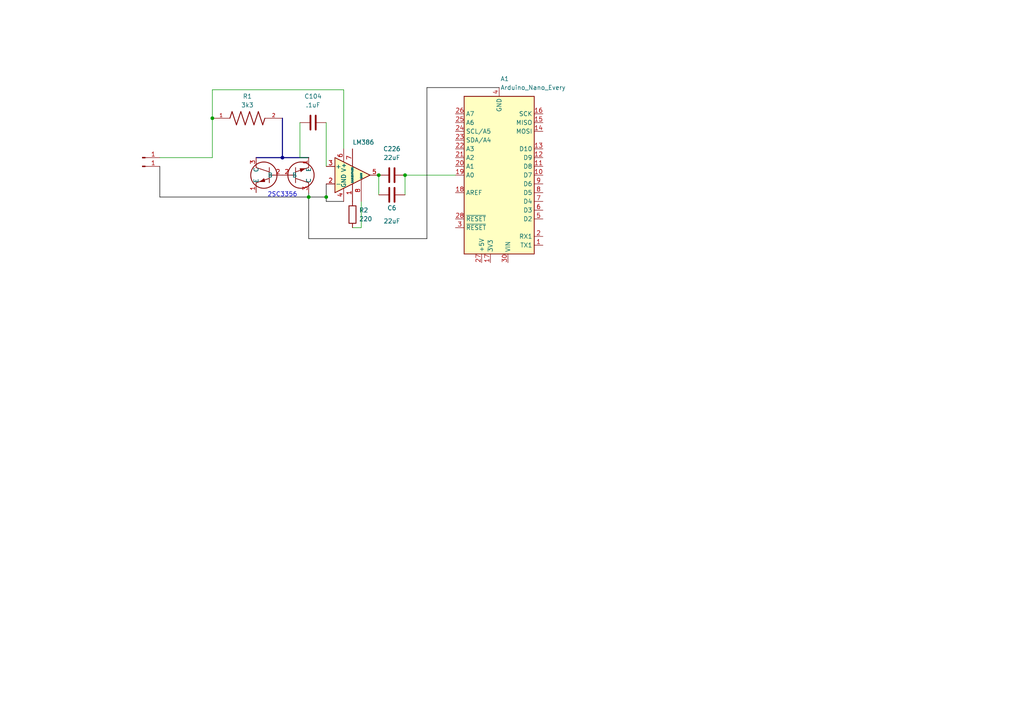
<source format=kicad_sch>
(kicad_sch (version 20231120) (generator "eeschema") (generator_version "8.0")
  (paper "A4")
  (lib_symbols
    (symbol "2024-08-01_13-32-15:2SC3356" (pin_names (offset 0.254))
      (property "Reference" "Q" (at 10.16 2.54 0))
      (property "Value" "2SC3356" (at 10.16 -2.54 0))
      (symbol "2SC3356_0_1"
        (polyline (pts (xy 2.54 0) (xy 3.81 0)) (stroke (width 0.2032)))
        (polyline (pts (xy 3.81 -2.2098) (xy 3.81 2.2098)) (stroke (width 0.2032)))
        (polyline (pts (xy 3.81 -0.9398) (xy 7.62 -2.2098)) (stroke (width 0.2032)))
        (polyline (pts (xy 3.81 0.9398) (xy 7.62 2.2098)) (stroke (width 0.2032)))
        (polyline (pts (xy 7.62 -2.54) (xy 7.62 -2.2098)) (stroke (width 0.2032)))
        (polyline (pts (xy 7.62 2.2098) (xy 7.62 2.54)) (stroke (width 0.2032)))
        (polyline (pts (xy 5.3848 -0.9398) (xy 5.08 -1.905) (xy 6.6548 -1.905)) (fill (type outline)))
        (circle (center 5.3848 0) (radius 3.81) (stroke (width 0.254)))
        (pin unspecified line (at 7.62 -5.08 90) (length 2.54) (name "E") (number "1"))
        (pin unspecified line (at 0 0 0) (length 2.54) (name "B") (number "2"))
        (pin unspecified line (at 7.62 5.08 270) (length 2.54) (name "C") (number "3"))
      )
    )
    (symbol "Amplifier_Audio:LM386" (pin_names (offset 0.127))
      (property "Reference" "U" (at 1.27 7.62 0))
      (property "Value" "LM386" (at 1.27 5.08 0))
      (symbol "LM386_0_1"
        (polyline (pts (xy 5.08 0) (xy -5.08 5.08) (xy -5.08 -5.08) (xy 5.08 0)) (stroke (width 0.254)) (fill (type background)))
      )
      (symbol "LM386_1_1"
        (pin input line (at 0 -7.62 90) (length 5.08) (name "GAIN") (number "1"))
        (pin input line (at -7.62 -2.54 0) (length 2.54) (name "-") (number "2"))
        (pin input line (at -7.62 2.54 0) (length 2.54) (name "+") (number "3"))
        (pin power_in line (at -2.54 -7.62 90) (length 3.81) (name "GND") (number "4"))
        (pin output line (at 7.62 0 180) (length 2.54) (name "~") (number "5"))
        (pin power_in line (at -2.54 7.62 270) (length 3.81) (name "V+") (number "6"))
        (pin input line (at 0 7.62 270) (length 5.08) (name "BYPASS") (number "7"))
        (pin input line (at 2.54 -7.62 90) (length 6.35) (name "GAIN") (number "8"))
      )
    )
    (symbol "Connector:Conn_01x01_Pin" (pin_names (offset 1.016) hide)
      (property "Reference" "J" (at 0 2.54 0))
      (property "Value" "Conn_01x01_Pin" (at 0 -2.54 0))
      (symbol "Conn_01x01_Pin_1_1"
        (polyline (pts (xy 1.27 0) (xy 0.8636 0)) (stroke (width 0.1524)))
        (rectangle (start 0.8636 0.127) (end 0 -0.127) (stroke (width 0.1524)) (fill (type outline)))
        (pin passive line (at 5.08 0 180) (length 3.81) (name "Pin_1") (number "1"))
      )
    )
    (symbol "Device:C" (pin_numbers hide) (pin_names (offset 0.254))
      (property "Reference" "C" (at 0.635 2.54 0))
      (property "Value" "C" (at 0.635 -2.54 0))
      (symbol "C_0_1"
        (polyline (pts (xy -2.032 -0.762) (xy 2.032 -0.762)) (stroke (width 0.508)))
        (polyline (pts (xy -2.032 0.762) (xy 2.032 0.762)) (stroke (width 0.508)))
      )
      (symbol "C_1_1"
        (pin passive line (at 0 3.81 270) (length 2.794) (name "~") (number "1"))
        (pin passive line (at 0 -3.81 90) (length 2.794) (name "~") (number "2"))
      )
    )
    (symbol "Device:R" (pin_numbers hide) (pin_names (offset 0))
      (property "Reference" "R" (at 2.032 0 90))
      (property "Value" "R" (at 0 0 90))
      (symbol "R_0_1"
        (rectangle (start -1.016 -2.54) (end 1.016 2.54) (stroke (width 0.254)))
      )
      (symbol "R_1_1"
        (pin passive line (at 0 3.81 270) (length 1.27) (name "~") (number "1"))
        (pin passive line (at 0 -3.81 90) (length 1.27) (name "~") (number "2"))
      )
    )
    (symbol "MCU_Module:Arduino_Nano_Every"
      (property "Reference" "A" (at -10.16 23.495 0))
      (property "Value" "Arduino_Nano_Every" (at 5.08 -24.13 0))
      (symbol "Arduino_Nano_Every_0_1"
        (rectangle (start -10.16 22.86) (end 10.16 -22.86) (stroke (width 0.254)) (fill (type background)))
      )
      (symbol "Arduino_Nano_Every_1_1"
        (pin bidirectional line (at -12.7 20.32 0) (length 2.54) (name "TX1") (number "1"))
        (pin bidirectional line (at -12.7 0 0) (length 2.54) (name "D7") (number "10"))
        (pin bidirectional line (at -12.7 -2.54 0) (length 2.54) (name "D8") (number "11"))
        (pin bidirectional line (at -12.7 -5.08 0) (length 2.54) (name "D9") (number "12"))
        (pin bidirectional line (at -12.7 -7.62 0) (length 2.54) (name "D10") (number "13"))
        (pin bidirectional line (at -12.7 -12.7 0) (length 2.54) (name "MOSI") (number "14"))
        (pin bidirectional line (at -12.7 -15.24 0) (length 2.54) (name "MISO") (number "15"))
        (pin bidirectional line (at -12.7 -17.78 0) (length 2.54) (name "SCK") (number "16"))
        (pin power_out line (at 2.54 25.4 270) (length 2.54) (name "3V3") (number "17"))
        (pin input line (at 12.7 5.08 180) (length 2.54) (name "AREF") (number "18"))
        (pin bidirectional line (at 12.7 0 180) (length 2.54) (name "A0") (number "19"))
        (pin bidirectional line (at -12.7 17.78 0) (length 2.54) (name "RX1") (number "2"))
        (pin bidirectional line (at 12.7 -2.54 180) (length 2.54) (name "A1") (number "20"))
        (pin bidirectional line (at 12.7 -5.08 180) (length 2.54) (name "A2") (number "21"))
        (pin bidirectional line (at 12.7 -7.62 180) (length 2.54) (name "A3") (number "22"))
        (pin bidirectional line (at 12.7 -10.16 180) (length 2.54) (name "SDA/A4") (number "23"))
        (pin bidirectional line (at 12.7 -12.7 180) (length 2.54) (name "SCL/A5") (number "24"))
        (pin bidirectional line (at 12.7 -15.24 180) (length 2.54) (name "A6") (number "25"))
        (pin bidirectional line (at 12.7 -17.78 180) (length 2.54) (name "A7") (number "26"))
        (pin power_out line (at 5.08 25.4 270) (length 2.54) (name "+5V") (number "27"))
        (pin input line (at 12.7 12.7 180) (length 2.54) (name "~{RESET}") (number "28"))
        (pin passive line (at 0 -25.4 90) (length 2.54) hide (name "GND") (number "29"))
        (pin input line (at 12.7 15.24 180) (length 2.54) (name "~{RESET}") (number "3"))
        (pin power_in line (at -2.54 25.4 270) (length 2.54) (name "VIN") (number "30"))
        (pin power_in line (at 0 -25.4 90) (length 2.54) (name "GND") (number "4"))
        (pin bidirectional line (at -12.7 12.7 0) (length 2.54) (name "D2") (number "5"))
        (pin bidirectional line (at -12.7 10.16 0) (length 2.54) (name "D3") (number "6"))
        (pin bidirectional line (at -12.7 7.62 0) (length 2.54) (name "D4") (number "7"))
        (pin bidirectional line (at -12.7 5.08 0) (length 2.54) (name "D5") (number "8"))
        (pin bidirectional line (at -12.7 2.54 0) (length 2.54) (name "D6") (number "9"))
      )
    )
    (symbol "RC1206JR-0713RL:RC1206JR-0713RL" (pin_names (offset 1.016))
      (property "Reference" "R" (at -7.6244 2.5415 0))
      (property "Value" "RC1206JR-0713RL" (at -7.63 -5.0866 0))
      (symbol "RC1206JR-0713RL_0_0"
        (polyline (pts (xy -5.08 0) (xy -4.445 1.905)) (stroke (width 0.254)))
        (polyline (pts (xy -4.445 1.905) (xy -3.175 -1.905)) (stroke (width 0.254)))
        (polyline (pts (xy -3.175 -1.905) (xy -1.905 1.905)) (stroke (width 0.254)))
        (polyline (pts (xy -1.905 1.905) (xy -0.635 -1.905)) (stroke (width 0.254)))
        (polyline (pts (xy -0.635 -1.905) (xy 0.635 1.905)) (stroke (width 0.254)))
        (polyline (pts (xy 0.635 1.905) (xy 1.905 -1.905)) (stroke (width 0.254)))
        (polyline (pts (xy 1.905 -1.905) (xy 3.175 1.905)) (stroke (width 0.254)))
        (polyline (pts (xy 3.175 1.905) (xy 4.445 -1.905)) (stroke (width 0.254)))
        (polyline (pts (xy 4.445 -1.905) (xy 5.08 0)) (stroke (width 0.254)))
        (pin passive line (at -10.16 0 0) (length 5.08) (name "~") (number "1"))
        (pin passive line (at 10.16 0 180) (length 5.08) (name "~") (number "2"))
      )
    )
  )
  (junction (at 61.595 34.29))
  (junction (at 109.855 50.8))
  (junction (at 94.615 57.15))
  (junction (at 89.535 57.15))
  (junction (at 117.475 50.8))
  (junction (at 81.915 45.72))
  (wire (pts (xy 86.995 35.56) (xy 86.995 45.72)))
  (wire (pts (xy 94.615 35.56) (xy 94.615 48.26)))
  (wire (pts (xy 123.825 25.4) (xy 144.78 25.4)) (stroke (width 0) (color 0 0 0 1)))
  (wire (pts (xy 61.595 45.72) (xy 61.595 34.29)))
  (wire (pts (xy 89.535 55.88) (xy 89.535 57.15)) (stroke (width 0) (color 0 0 0 1)))
  (wire (pts (xy 109.855 50.8) (xy 109.855 56.515)))
  (wire (pts (xy 89.535 57.15) (xy 89.535 69.215)) (stroke (width 0) (color 0 0 0 1)))
  (wire (pts (xy 61.595 26.035) (xy 61.595 34.29)))
  (bus (pts (xy 81.915 45.72) (xy 89.535 45.72)))
  (wire (pts (xy 89.535 57.15) (xy 46.355 57.15)) (stroke (width 0) (color 0 0 0 1)))
  (wire (pts (xy 104.775 66.04) (xy 102.235 66.04)))
  (wire (pts (xy 123.825 69.215) (xy 123.825 25.4)) (stroke (width 0) (color 0 0 0 1)))
  (wire (pts (xy 86.995 45.72) (xy 89.535 45.72)))
  (bus (pts (xy 74.295 45.72) (xy 81.915 45.72)))
  (wire (pts (xy 99.695 58.42) (xy 94.615 58.42)) (stroke (width 0) (color 0 0 0 1)))
  (bus (pts (xy 81.915 45.72) (xy 81.915 34.29)))
  (wire (pts (xy 104.775 58.42) (xy 104.775 66.04)))
  (wire (pts (xy 46.355 45.72) (xy 61.595 45.72)))
  (wire (pts (xy 94.615 53.34) (xy 94.615 57.15)) (stroke (width 0) (color 0 0 0 1)))
  (wire (pts (xy 117.475 50.8) (xy 117.475 56.515)))
  (wire (pts (xy 94.615 57.15) (xy 89.535 57.15)) (stroke (width 0) (color 0 0 0 1)))
  (wire (pts (xy 89.535 69.215) (xy 123.825 69.215)) (stroke (width 0) (color 0 0 0 1)))
  (wire (pts (xy 46.355 57.15) (xy 46.355 48.26)) (stroke (width 0) (color 0 0 0 1)))
  (wire (pts (xy 99.695 26.035) (xy 61.595 26.035)))
  (wire (pts (xy 99.695 43.18) (xy 99.695 26.035)))
  (wire (pts (xy 132.08 50.8) (xy 117.475 50.8)))
  (wire (pts (xy 94.615 58.42) (xy 94.615 57.15)) (stroke (width 0) (color 0 0 0 1)))
  (text "2SC3356" (at 81.915 56.515 0) (effects (font (size 1.27 1.27))))
  (symbol (lib_id "Device:C") (at 90.805 35.56 90) (unit 1)
    (property "Reference" "C104" (at 90.805 27.94 90))
    (property "Value" ".1uF" (at 90.805 30.48 90))
    (property "Footprint" "Capacitor_SMD:C_0504_1310Metric_Pad0.83x1.28mm_HandSolder" (effects (hide yes)))
    (property "Description" "Unpolarized capacitor" (effects (hide yes)))
  )
  (symbol (lib_id "Device:C") (at 113.665 50.8 90) (unit 1)
    (property "Reference" "C226" (at 113.665 43.18 90))
    (property "Value" "22uF" (at 113.665 45.72 90))
    (property "Footprint" "Capacitor_SMD:C_0504_1310Metric_Pad0.83x1.28mm_HandSolder" (effects (hide yes)))
    (property "Description" "Unpolarized capacitor" (effects (hide yes)))
  )
  (symbol (lib_id "Connector:Conn_01x01_Pin") (at 41.275 48.26 0) (unit 1)
    (property "Reference" "J3" (effects (hide yes)))
    (property "Value" "Conn_01x01_Pin" (effects (hide yes)))
    (property "Footprint" "Connector_PinHeader_2.54mm:PinHeader_1x01_P2.54mm_Vertical" (effects (hide yes)))
    (property "Description" "Generic connector, single row, 01x01, script generated" (effects (hide yes)))
  )
  (symbol (lib_id "RC1206JR-0713RL:RC1206JR-0713RL") (at 71.755 34.29 0) (unit 1)
    (property "Reference" "R1" (at 71.755 27.94 0))
    (property "Value" "3k3" (at 71.755 30.48 0))
    (property "Footprint" "1206:RESC3116X65N" (effects (hide yes)))
    (property "MF" "Yageo" (effects (hide yes)))
    (property "Description_1" "\n13 Ohms ±5% 0.25W, 1/4W Chip Resistor 1206 (3216 Metric) Moisture Resistant Thick Film\n" (effects (hide yes)))
    (property "Package" "3116 Yageo" (effects (hide yes)))
    (property "Price" "None" (effects (hide yes)))
    (property "SnapEDA_Link" "https://www.snapeda.com/parts/RC1206JR-0713RL/Yageo/view-part/?ref=snap" (effects (hide yes)))
    (property "MP" "RC1206JR-0713RL" (effects (hide yes)))
    (property "Purchase-URL" "https://www.snapeda.com/api/url_track_click_mouser/?unipart_id=105893&manufacturer=Yageo&part_name=RC1206JR-0713RL&search_term=None" (effects (hide yes)))
    (property "Availability" "In Stock" (effects (hide yes)))
    (property "Check_prices" "https://www.snapeda.com/parts/RC1206JR-0713RL/Yageo/view-part/?ref=eda" (effects (hide yes)))
  )
  (symbol (lib_id "MCU_Module:Arduino_Nano_Every") (at 144.78 50.8 180) (unit 1)
    (property "Reference" "A1" (at 145.1259 22.86 0) (effects (justify right)))
    (property "Value" "Arduino_Nano_Every" (at 145.1259 25.4 0) (effects (justify right)))
    (property "Footprint" "Module:Arduino_Nano" (effects (hide yes)))
    (property "Datasheet" "https://content.arduino.cc/assets/NANOEveryV3.0_sch.pdf" (effects (hide yes)))
    (property "Description" "Arduino Nano Every" (effects (hide yes)))
  )
  (symbol (lib_id "Device:R") (at 102.235 62.23 180) (unit 1)
    (property "Reference" "R2" (at 104.14 60.9599 0) (effects (justify right)))
    (property "Value" "220" (at 104.14 63.4999 0) (effects (justify right)))
    (property "Footprint" "1206_220om_resistor:RESC3115X65N" (effects (hide yes)))
    (property "Description" "Resistor" (effects (hide yes)))
  )
  (symbol (lib_id "2024-08-01_13-32-15:2SC3356") (at 81.915 50.8 0) (mirror y) (unit 1)
    (property "Reference" "Q1" (effects (hide yes)))
    (property "Value" "2SC3356" (effects (hide yes)))
    (property "Footprint" "2SC3356:SOT-23_MINIMOLD_REN" (effects (hide yes)))
    (property "Datasheet" "2SC3356" (effects (hide yes)))
  )
  (symbol (lib_id "Amplifier_Audio:LM386") (at 102.235 50.8 0) (unit 1)
    (property "Reference" "U1" (effects (hide yes)))
    (property "Value" "LM386" (at 105.41 41.275 0))
    (property "Footprint" "LM386:LM386_custom" (effects (hide yes)))
    (property "Datasheet" "http://www.ti.com/lit/ds/symlink/lm386.pdf" (effects (hide yes)))
    (property "Description" "Low Voltage Audio Power Amplifier, DIP-8/SOIC-8/SSOP-8" (effects (hide yes)))
  )
  (symbol (lib_id "2024-08-01_13-32-15:2SC3356") (at 81.915 50.8 0) (mirror x) (unit 1)
    (property "Reference" "Q3" (effects (hide yes)))
    (property "Value" "2SC3356" (effects (hide yes)))
    (property "Footprint" "2SC3356:SOT-23_MINIMOLD_REN" (effects (hide yes)))
    (property "Datasheet" "2SC3356" (effects (hide yes)))
  )
  (symbol (lib_id "Device:C") (at 113.665 56.515 90) (unit 1)
    (property "Reference" "C6" (at 113.665 60.325 90))
    (property "Value" "22uF" (at 113.665 64.135 90))
    (property "Footprint" "Capacitor_SMD:C_0504_1310Metric_Pad0.83x1.28mm_HandSolder" (effects (hide yes)))
    (property "Description" "Unpolarized capacitor" (effects (hide yes)))
  )
  (symbol (lib_id "Connector:Conn_01x01_Pin") (at 41.275 45.72 0) (unit 1)
    (property "Reference" "+9V1" (effects (hide yes)))
    (property "Value" "Conn_01x01_Pin" (effects (hide yes)))
    (property "Footprint" "Connector_PinHeader_2.54mm:PinHeader_1x01_P2.54mm_Vertical" (effects (hide yes)))
    (property "Description" "Generic connector, single row, 01x01, script generated" (effects (hide yes)))
  )
)
</source>
